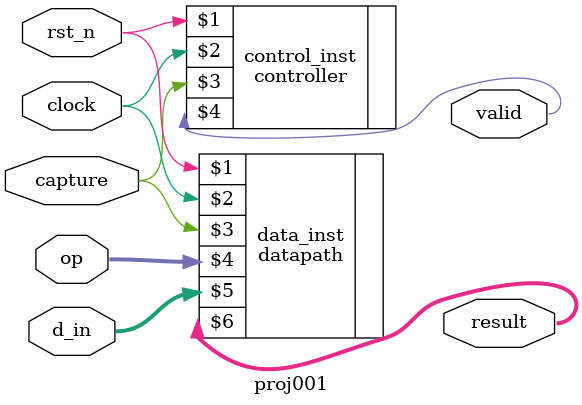
<source format=v>

module proj001 (
  input rst_n, clock, capture,
  input [1:0] op,
  input [3:0] d_in,
  output valid,
  output [4:0] result
  
);

  datapath data_inst (rst_n, clock, capture, op, d_in, result);
  controller control_inst (rst_n, clock, capture, valid);

endmodule

</source>
